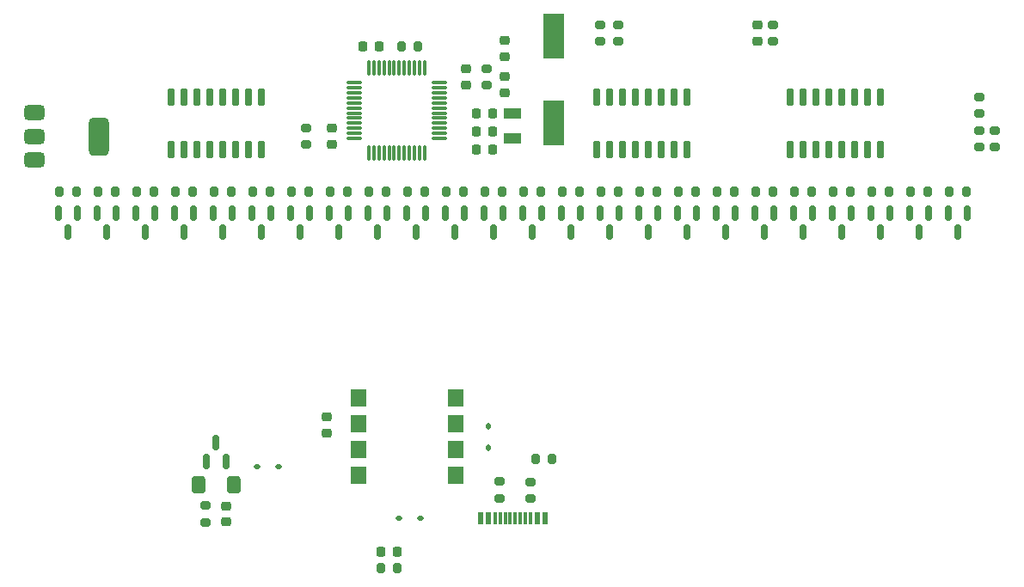
<source format=gbr>
%TF.GenerationSoftware,KiCad,Pcbnew,8.0.4*%
%TF.CreationDate,2024-08-25T15:35:27+02:00*%
%TF.ProjectId,LaserHarp3,4c617365-7248-4617-9270-332e6b696361,rev?*%
%TF.SameCoordinates,Original*%
%TF.FileFunction,Paste,Top*%
%TF.FilePolarity,Positive*%
%FSLAX46Y46*%
G04 Gerber Fmt 4.6, Leading zero omitted, Abs format (unit mm)*
G04 Created by KiCad (PCBNEW 8.0.4) date 2024-08-25 15:35:27*
%MOMM*%
%LPD*%
G01*
G04 APERTURE LIST*
G04 Aperture macros list*
%AMRoundRect*
0 Rectangle with rounded corners*
0 $1 Rounding radius*
0 $2 $3 $4 $5 $6 $7 $8 $9 X,Y pos of 4 corners*
0 Add a 4 corners polygon primitive as box body*
4,1,4,$2,$3,$4,$5,$6,$7,$8,$9,$2,$3,0*
0 Add four circle primitives for the rounded corners*
1,1,$1+$1,$2,$3*
1,1,$1+$1,$4,$5*
1,1,$1+$1,$6,$7*
1,1,$1+$1,$8,$9*
0 Add four rect primitives between the rounded corners*
20,1,$1+$1,$2,$3,$4,$5,0*
20,1,$1+$1,$4,$5,$6,$7,0*
20,1,$1+$1,$6,$7,$8,$9,0*
20,1,$1+$1,$8,$9,$2,$3,0*%
G04 Aperture macros list end*
%ADD10RoundRect,0.200000X-0.275000X0.200000X-0.275000X-0.200000X0.275000X-0.200000X0.275000X0.200000X0*%
%ADD11RoundRect,0.200000X0.275000X-0.200000X0.275000X0.200000X-0.275000X0.200000X-0.275000X-0.200000X0*%
%ADD12RoundRect,0.150000X-0.150000X0.587500X-0.150000X-0.587500X0.150000X-0.587500X0.150000X0.587500X0*%
%ADD13RoundRect,0.225000X0.250000X-0.225000X0.250000X0.225000X-0.250000X0.225000X-0.250000X-0.225000X0*%
%ADD14RoundRect,0.375000X-0.625000X-0.375000X0.625000X-0.375000X0.625000X0.375000X-0.625000X0.375000X0*%
%ADD15RoundRect,0.500000X-0.500000X-1.400000X0.500000X-1.400000X0.500000X1.400000X-0.500000X1.400000X0*%
%ADD16RoundRect,0.200000X0.200000X0.275000X-0.200000X0.275000X-0.200000X-0.275000X0.200000X-0.275000X0*%
%ADD17RoundRect,0.112500X-0.187500X-0.112500X0.187500X-0.112500X0.187500X0.112500X-0.187500X0.112500X0*%
%ADD18RoundRect,0.225000X-0.250000X0.225000X-0.250000X-0.225000X0.250000X-0.225000X0.250000X0.225000X0*%
%ADD19RoundRect,0.250000X0.400000X0.600000X-0.400000X0.600000X-0.400000X-0.600000X0.400000X-0.600000X0*%
%ADD20RoundRect,0.225000X0.225000X0.250000X-0.225000X0.250000X-0.225000X-0.250000X0.225000X-0.250000X0*%
%ADD21R,2.000000X4.500000*%
%ADD22R,1.800000X1.000000*%
%ADD23RoundRect,0.150000X0.150000X-0.725000X0.150000X0.725000X-0.150000X0.725000X-0.150000X-0.725000X0*%
%ADD24RoundRect,0.112500X0.112500X-0.187500X0.112500X0.187500X-0.112500X0.187500X-0.112500X-0.187500X0*%
%ADD25R,1.520000X1.780000*%
%ADD26R,1.520000X1.750000*%
%ADD27R,0.600000X1.160000*%
%ADD28R,0.300000X1.160000*%
%ADD29RoundRect,0.150000X0.150000X-0.587500X0.150000X0.587500X-0.150000X0.587500X-0.150000X-0.587500X0*%
%ADD30RoundRect,0.112500X0.187500X0.112500X-0.187500X0.112500X-0.187500X-0.112500X0.187500X-0.112500X0*%
%ADD31RoundRect,0.225000X-0.225000X-0.250000X0.225000X-0.250000X0.225000X0.250000X-0.225000X0.250000X0*%
%ADD32RoundRect,0.075000X0.662500X0.075000X-0.662500X0.075000X-0.662500X-0.075000X0.662500X-0.075000X0*%
%ADD33RoundRect,0.075000X0.075000X0.662500X-0.075000X0.662500X-0.075000X-0.662500X0.075000X-0.662500X0*%
%ADD34RoundRect,0.200000X-0.200000X-0.275000X0.200000X-0.275000X0.200000X0.275000X-0.200000X0.275000X0*%
G04 APERTURE END LIST*
D10*
%TO.C,R38*%
X137414000Y-65215000D03*
X137414000Y-66865000D03*
%TD*%
D11*
%TO.C,R37*%
X135636000Y-66865000D03*
X135636000Y-65215000D03*
%TD*%
D12*
%TO.C,Q24*%
X167955000Y-83771500D03*
X166055000Y-83771500D03*
X167005000Y-85646500D03*
%TD*%
%TO.C,Q11*%
X118425000Y-83771500D03*
X116525000Y-83771500D03*
X117475000Y-85646500D03*
%TD*%
%TO.C,Q14*%
X129855000Y-83771500D03*
X127955000Y-83771500D03*
X128905000Y-85646500D03*
%TD*%
D13*
%TO.C,C9*%
X109220000Y-76975000D03*
X109220000Y-75425000D03*
%TD*%
D10*
%TO.C,R11*%
X152602000Y-65215000D03*
X152602000Y-66865000D03*
%TD*%
D14*
%TO.C,U2*%
X79908000Y-73900000D03*
X79908000Y-76200000D03*
D15*
X86208000Y-76200000D03*
D14*
X79908000Y-78500000D03*
%TD*%
D16*
%TO.C,R21*%
X118300000Y-81661000D03*
X116650000Y-81661000D03*
%TD*%
D12*
%TO.C,Q3*%
X87945000Y-83771500D03*
X86045000Y-83771500D03*
X86995000Y-85646500D03*
%TD*%
D13*
%TO.C,C11*%
X126238000Y-71895000D03*
X126238000Y-70345000D03*
%TD*%
D16*
%TO.C,R34*%
X167830000Y-81661000D03*
X166180000Y-81661000D03*
%TD*%
%TO.C,R26*%
X137350000Y-81661000D03*
X135700000Y-81661000D03*
%TD*%
D17*
%TO.C,D1*%
X115790000Y-113792000D03*
X117890000Y-113792000D03*
%TD*%
D18*
%TO.C,C4*%
X98806000Y-112636000D03*
X98806000Y-114186000D03*
%TD*%
D19*
%TO.C,D2*%
X99540000Y-110490000D03*
X96040000Y-110490000D03*
%TD*%
D11*
%TO.C,R7*%
X174498000Y-77279000D03*
X174498000Y-75629000D03*
%TD*%
D16*
%TO.C,R28*%
X144970000Y-81661000D03*
X143320000Y-81661000D03*
%TD*%
D12*
%TO.C,Q17*%
X141285000Y-83771500D03*
X139385000Y-83771500D03*
X140335000Y-85646500D03*
%TD*%
D10*
%TO.C,R5*%
X172974000Y-75629000D03*
X172974000Y-77279000D03*
%TD*%
D20*
%TO.C,C14*%
X124981000Y-73914000D03*
X123431000Y-73914000D03*
%TD*%
%TO.C,C13*%
X124981000Y-75692000D03*
X123431000Y-75692000D03*
%TD*%
D16*
%TO.C,R19*%
X110680000Y-81661000D03*
X109030000Y-81661000D03*
%TD*%
D12*
%TO.C,Q21*%
X156525000Y-83771500D03*
X154625000Y-83771500D03*
X155575000Y-85646500D03*
%TD*%
%TO.C,Q9*%
X110805000Y-83771500D03*
X108905000Y-83771500D03*
X109855000Y-85646500D03*
%TD*%
D16*
%TO.C,R27*%
X141160000Y-81661000D03*
X139510000Y-81661000D03*
%TD*%
D12*
%TO.C,Q20*%
X152715000Y-83771500D03*
X150815000Y-83771500D03*
X151765000Y-85646500D03*
%TD*%
D18*
%TO.C,C12*%
X126238000Y-66789000D03*
X126238000Y-68339000D03*
%TD*%
D21*
%TO.C,Y1*%
X131064000Y-66362000D03*
X131064000Y-74862000D03*
%TD*%
D22*
%TO.C,Y2*%
X127000000Y-73934000D03*
X127000000Y-76434000D03*
%TD*%
D23*
%TO.C,U5*%
X135255000Y-77505000D03*
X136525000Y-77505000D03*
X137795000Y-77505000D03*
X139065000Y-77505000D03*
X140335000Y-77505000D03*
X141605000Y-77505000D03*
X142875000Y-77505000D03*
X144145000Y-77505000D03*
X144145000Y-72355000D03*
X142875000Y-72355000D03*
X141605000Y-72355000D03*
X140335000Y-72355000D03*
X139065000Y-72355000D03*
X137795000Y-72355000D03*
X136525000Y-72355000D03*
X135255000Y-72355000D03*
%TD*%
D12*
%TO.C,Q16*%
X137475000Y-83771500D03*
X135575000Y-83771500D03*
X136525000Y-85646500D03*
%TD*%
D13*
%TO.C,C5*%
X108712000Y-105423000D03*
X108712000Y-103873000D03*
%TD*%
D11*
%TO.C,R6*%
X172974000Y-73977000D03*
X172974000Y-72327000D03*
%TD*%
D16*
%TO.C,R20*%
X114490000Y-81661000D03*
X112840000Y-81661000D03*
%TD*%
%TO.C,R14*%
X91630000Y-81661000D03*
X89980000Y-81661000D03*
%TD*%
D24*
%TO.C,D4*%
X124587000Y-106841000D03*
X124587000Y-104741000D03*
%TD*%
D12*
%TO.C,Q13*%
X126045000Y-83771500D03*
X124145000Y-83771500D03*
X125095000Y-85646500D03*
%TD*%
D20*
%TO.C,C8*%
X124981000Y-77470000D03*
X123431000Y-77470000D03*
%TD*%
D16*
%TO.C,R18*%
X106870000Y-81661000D03*
X105220000Y-81661000D03*
%TD*%
D23*
%TO.C,U4*%
X93345000Y-77505000D03*
X94615000Y-77505000D03*
X95885000Y-77505000D03*
X97155000Y-77505000D03*
X98425000Y-77505000D03*
X99695000Y-77505000D03*
X100965000Y-77505000D03*
X102235000Y-77505000D03*
X102235000Y-72355000D03*
X100965000Y-72355000D03*
X99695000Y-72355000D03*
X98425000Y-72355000D03*
X97155000Y-72355000D03*
X95885000Y-72355000D03*
X94615000Y-72355000D03*
X93345000Y-72355000D03*
%TD*%
D16*
%TO.C,R32*%
X160210000Y-81661000D03*
X158560000Y-81661000D03*
%TD*%
%TO.C,R24*%
X129730000Y-81661000D03*
X128080000Y-81661000D03*
%TD*%
%TO.C,R35*%
X171640000Y-81661000D03*
X169990000Y-81661000D03*
%TD*%
%TO.C,R9*%
X117665000Y-67310000D03*
X116015000Y-67310000D03*
%TD*%
%TO.C,R15*%
X95440000Y-81661000D03*
X93790000Y-81661000D03*
%TD*%
D25*
%TO.C,U3*%
X121346000Y-109601000D03*
D26*
X121346000Y-107061000D03*
D25*
X121346000Y-104521000D03*
X121346000Y-101981000D03*
X111826000Y-101981000D03*
X111826000Y-104521000D03*
X111826000Y-107061000D03*
X111826000Y-109601000D03*
%TD*%
D12*
%TO.C,Q23*%
X164145000Y-83771500D03*
X162245000Y-83771500D03*
X163195000Y-85646500D03*
%TD*%
D18*
%TO.C,C7*%
X122428000Y-69583000D03*
X122428000Y-71133000D03*
%TD*%
D27*
%TO.C,J1*%
X123800000Y-113836000D03*
X124600000Y-113836000D03*
D28*
X125750000Y-113836000D03*
X126750000Y-113836000D03*
X127250000Y-113836000D03*
X128250000Y-113836000D03*
D27*
X129400000Y-113836000D03*
X130200000Y-113836000D03*
X130200000Y-113836000D03*
X129400000Y-113836000D03*
D28*
X128750000Y-113836000D03*
X127750000Y-113836000D03*
X126250000Y-113836000D03*
X125250000Y-113836000D03*
D27*
X124600000Y-113836000D03*
X123800000Y-113836000D03*
%TD*%
D29*
%TO.C,Q1*%
X96840000Y-108252500D03*
X98740000Y-108252500D03*
X97790000Y-106377500D03*
%TD*%
D11*
%TO.C,R2*%
X125730000Y-111873110D03*
X125730000Y-110223110D03*
%TD*%
D30*
%TO.C,D3*%
X103920000Y-108712000D03*
X101820000Y-108712000D03*
%TD*%
D18*
%TO.C,C16*%
X151078000Y-65265000D03*
X151078000Y-66815000D03*
%TD*%
D16*
%TO.C,R30*%
X152590000Y-81661000D03*
X150940000Y-81661000D03*
%TD*%
%TO.C,R23*%
X125920000Y-81661000D03*
X124270000Y-81661000D03*
%TD*%
D11*
%TO.C,R36*%
X106680000Y-77025000D03*
X106680000Y-75375000D03*
%TD*%
D12*
%TO.C,Q22*%
X160335000Y-83771500D03*
X158435000Y-83771500D03*
X159385000Y-85646500D03*
%TD*%
D16*
%TO.C,R12*%
X84010000Y-81661000D03*
X82360000Y-81661000D03*
%TD*%
D12*
%TO.C,Q10*%
X114615000Y-83771500D03*
X112715000Y-83771500D03*
X113665000Y-85646500D03*
%TD*%
D31*
%TO.C,C15*%
X114033000Y-117094000D03*
X115583000Y-117094000D03*
%TD*%
D16*
%TO.C,R31*%
X156400000Y-81661000D03*
X154750000Y-81661000D03*
%TD*%
D10*
%TO.C,R10*%
X124460000Y-69533000D03*
X124460000Y-71183000D03*
%TD*%
D12*
%TO.C,Q5*%
X95565000Y-83771500D03*
X93665000Y-83771500D03*
X94615000Y-85646500D03*
%TD*%
%TO.C,Q18*%
X145095000Y-83771500D03*
X143195000Y-83771500D03*
X144145000Y-85646500D03*
%TD*%
D32*
%TO.C,U1*%
X119732500Y-76410000D03*
X119732500Y-75910000D03*
X119732500Y-75410000D03*
X119732500Y-74909999D03*
X119732500Y-74410000D03*
X119732500Y-73910000D03*
X119732500Y-73410000D03*
X119732500Y-72910000D03*
X119732500Y-72410001D03*
X119732500Y-71910000D03*
X119732500Y-71410000D03*
X119732500Y-70910000D03*
D33*
X118320000Y-69497500D03*
X117820000Y-69497500D03*
X117320000Y-69497500D03*
X116819999Y-69497500D03*
X116320000Y-69497500D03*
X115820000Y-69497500D03*
X115320000Y-69497500D03*
X114820000Y-69497500D03*
X114320001Y-69497500D03*
X113820000Y-69497500D03*
X113320000Y-69497500D03*
X112820000Y-69497500D03*
D32*
X111407500Y-70910000D03*
X111407500Y-71410000D03*
X111407500Y-71910000D03*
X111407500Y-72410001D03*
X111407500Y-72910000D03*
X111407500Y-73410000D03*
X111407500Y-73910000D03*
X111407500Y-74410000D03*
X111407500Y-74909999D03*
X111407500Y-75410000D03*
X111407500Y-75910000D03*
X111407500Y-76410000D03*
D33*
X112820000Y-77822500D03*
X113320000Y-77822500D03*
X113820000Y-77822500D03*
X114320001Y-77822500D03*
X114820000Y-77822500D03*
X115320000Y-77822500D03*
X115820000Y-77822500D03*
X116320000Y-77822500D03*
X116819999Y-77822500D03*
X117320000Y-77822500D03*
X117820000Y-77822500D03*
X118320000Y-77822500D03*
%TD*%
D12*
%TO.C,Q25*%
X171765000Y-83771500D03*
X169865000Y-83771500D03*
X170815000Y-85646500D03*
%TD*%
D11*
%TO.C,R1*%
X128778000Y-111886000D03*
X128778000Y-110236000D03*
%TD*%
D12*
%TO.C,Q12*%
X122235000Y-83771500D03*
X120335000Y-83771500D03*
X121285000Y-85646500D03*
%TD*%
%TO.C,Q15*%
X133665000Y-83771500D03*
X131765000Y-83771500D03*
X132715000Y-85646500D03*
%TD*%
D16*
%TO.C,R17*%
X103060000Y-81661000D03*
X101410000Y-81661000D03*
%TD*%
%TO.C,R4*%
X130873000Y-107950000D03*
X129223000Y-107950000D03*
%TD*%
D10*
%TO.C,R3*%
X96774000Y-112586000D03*
X96774000Y-114236000D03*
%TD*%
D16*
%TO.C,R22*%
X122110000Y-81661000D03*
X120460000Y-81661000D03*
%TD*%
D34*
%TO.C,R8*%
X113983000Y-118745000D03*
X115633000Y-118745000D03*
%TD*%
D23*
%TO.C,U6*%
X154305000Y-77505000D03*
X155575000Y-77505000D03*
X156845000Y-77505000D03*
X158115000Y-77505000D03*
X159385000Y-77505000D03*
X160655000Y-77505000D03*
X161925000Y-77505000D03*
X163195000Y-77505000D03*
X163195000Y-72355000D03*
X161925000Y-72355000D03*
X160655000Y-72355000D03*
X159385000Y-72355000D03*
X158115000Y-72355000D03*
X156845000Y-72355000D03*
X155575000Y-72355000D03*
X154305000Y-72355000D03*
%TD*%
D12*
%TO.C,Q4*%
X91755000Y-83771500D03*
X89855000Y-83771500D03*
X90805000Y-85646500D03*
%TD*%
%TO.C,Q7*%
X103185000Y-83771500D03*
X101285000Y-83771500D03*
X102235000Y-85646500D03*
%TD*%
D31*
%TO.C,C10*%
X112255000Y-67310000D03*
X113805000Y-67310000D03*
%TD*%
D12*
%TO.C,Q6*%
X99375000Y-83771500D03*
X97475000Y-83771500D03*
X98425000Y-85646500D03*
%TD*%
D16*
%TO.C,R16*%
X99250000Y-81661000D03*
X97600000Y-81661000D03*
%TD*%
D12*
%TO.C,Q19*%
X148905000Y-83771500D03*
X147005000Y-83771500D03*
X147955000Y-85646500D03*
%TD*%
D16*
%TO.C,R13*%
X87820000Y-81661000D03*
X86170000Y-81661000D03*
%TD*%
%TO.C,R29*%
X148780000Y-81661000D03*
X147130000Y-81661000D03*
%TD*%
%TO.C,R33*%
X164020000Y-81661000D03*
X162370000Y-81661000D03*
%TD*%
D12*
%TO.C,Q8*%
X106995000Y-83771500D03*
X105095000Y-83771500D03*
X106045000Y-85646500D03*
%TD*%
D16*
%TO.C,R25*%
X133540000Y-81661000D03*
X131890000Y-81661000D03*
%TD*%
D12*
%TO.C,Q2*%
X84135000Y-83771500D03*
X82235000Y-83771500D03*
X83185000Y-85646500D03*
%TD*%
M02*

</source>
